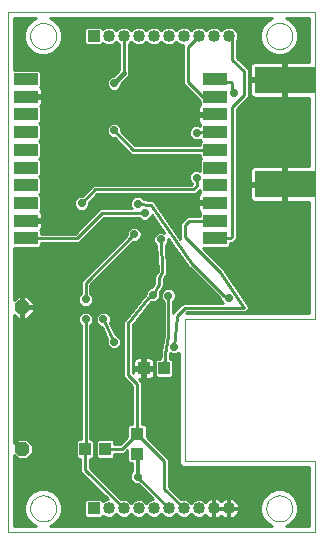
<source format=gbl>
G75*
G70*
%OFA0B0*%
%FSLAX24Y24*%
%IPPOS*%
%LPD*%
%AMOC8*
5,1,8,0,0,1.08239X$1,22.5*
%
%ADD10C,0.0000*%
%ADD11R,0.0787X0.0394*%
%ADD12R,0.0433X0.0394*%
%ADD13R,0.0394X0.0433*%
%ADD14R,0.0400X0.0400*%
%ADD15C,0.0400*%
%ADD16R,0.2000X0.0900*%
%ADD17OC8,0.0472*%
%ADD18C,0.0100*%
%ADD19C,0.0278*%
%ADD20C,0.0160*%
D10*
X003487Y002923D02*
X003487Y020246D01*
X013723Y020246D01*
X013723Y010009D01*
X009393Y010009D01*
X009393Y005285D01*
X013723Y005285D01*
X013723Y002923D01*
X003487Y002923D01*
X004235Y003710D02*
X004237Y003751D01*
X004243Y003792D01*
X004253Y003832D01*
X004266Y003871D01*
X004283Y003908D01*
X004304Y003944D01*
X004328Y003978D01*
X004355Y004009D01*
X004384Y004037D01*
X004417Y004063D01*
X004451Y004085D01*
X004488Y004104D01*
X004526Y004119D01*
X004566Y004131D01*
X004606Y004139D01*
X004647Y004143D01*
X004689Y004143D01*
X004730Y004139D01*
X004770Y004131D01*
X004810Y004119D01*
X004848Y004104D01*
X004884Y004085D01*
X004919Y004063D01*
X004952Y004037D01*
X004981Y004009D01*
X005008Y003978D01*
X005032Y003944D01*
X005053Y003908D01*
X005070Y003871D01*
X005083Y003832D01*
X005093Y003792D01*
X005099Y003751D01*
X005101Y003710D01*
X005099Y003669D01*
X005093Y003628D01*
X005083Y003588D01*
X005070Y003549D01*
X005053Y003512D01*
X005032Y003476D01*
X005008Y003442D01*
X004981Y003411D01*
X004952Y003383D01*
X004919Y003357D01*
X004885Y003335D01*
X004848Y003316D01*
X004810Y003301D01*
X004770Y003289D01*
X004730Y003281D01*
X004689Y003277D01*
X004647Y003277D01*
X004606Y003281D01*
X004566Y003289D01*
X004526Y003301D01*
X004488Y003316D01*
X004452Y003335D01*
X004417Y003357D01*
X004384Y003383D01*
X004355Y003411D01*
X004328Y003442D01*
X004304Y003476D01*
X004283Y003512D01*
X004266Y003549D01*
X004253Y003588D01*
X004243Y003628D01*
X004237Y003669D01*
X004235Y003710D01*
X012109Y003710D02*
X012111Y003751D01*
X012117Y003792D01*
X012127Y003832D01*
X012140Y003871D01*
X012157Y003908D01*
X012178Y003944D01*
X012202Y003978D01*
X012229Y004009D01*
X012258Y004037D01*
X012291Y004063D01*
X012325Y004085D01*
X012362Y004104D01*
X012400Y004119D01*
X012440Y004131D01*
X012480Y004139D01*
X012521Y004143D01*
X012563Y004143D01*
X012604Y004139D01*
X012644Y004131D01*
X012684Y004119D01*
X012722Y004104D01*
X012758Y004085D01*
X012793Y004063D01*
X012826Y004037D01*
X012855Y004009D01*
X012882Y003978D01*
X012906Y003944D01*
X012927Y003908D01*
X012944Y003871D01*
X012957Y003832D01*
X012967Y003792D01*
X012973Y003751D01*
X012975Y003710D01*
X012973Y003669D01*
X012967Y003628D01*
X012957Y003588D01*
X012944Y003549D01*
X012927Y003512D01*
X012906Y003476D01*
X012882Y003442D01*
X012855Y003411D01*
X012826Y003383D01*
X012793Y003357D01*
X012759Y003335D01*
X012722Y003316D01*
X012684Y003301D01*
X012644Y003289D01*
X012604Y003281D01*
X012563Y003277D01*
X012521Y003277D01*
X012480Y003281D01*
X012440Y003289D01*
X012400Y003301D01*
X012362Y003316D01*
X012326Y003335D01*
X012291Y003357D01*
X012258Y003383D01*
X012229Y003411D01*
X012202Y003442D01*
X012178Y003476D01*
X012157Y003512D01*
X012140Y003549D01*
X012127Y003588D01*
X012117Y003628D01*
X012111Y003669D01*
X012109Y003710D01*
X013727Y014057D02*
X013727Y018457D01*
X012109Y019458D02*
X012111Y019499D01*
X012117Y019540D01*
X012127Y019580D01*
X012140Y019619D01*
X012157Y019656D01*
X012178Y019692D01*
X012202Y019726D01*
X012229Y019757D01*
X012258Y019785D01*
X012291Y019811D01*
X012325Y019833D01*
X012362Y019852D01*
X012400Y019867D01*
X012440Y019879D01*
X012480Y019887D01*
X012521Y019891D01*
X012563Y019891D01*
X012604Y019887D01*
X012644Y019879D01*
X012684Y019867D01*
X012722Y019852D01*
X012758Y019833D01*
X012793Y019811D01*
X012826Y019785D01*
X012855Y019757D01*
X012882Y019726D01*
X012906Y019692D01*
X012927Y019656D01*
X012944Y019619D01*
X012957Y019580D01*
X012967Y019540D01*
X012973Y019499D01*
X012975Y019458D01*
X012973Y019417D01*
X012967Y019376D01*
X012957Y019336D01*
X012944Y019297D01*
X012927Y019260D01*
X012906Y019224D01*
X012882Y019190D01*
X012855Y019159D01*
X012826Y019131D01*
X012793Y019105D01*
X012759Y019083D01*
X012722Y019064D01*
X012684Y019049D01*
X012644Y019037D01*
X012604Y019029D01*
X012563Y019025D01*
X012521Y019025D01*
X012480Y019029D01*
X012440Y019037D01*
X012400Y019049D01*
X012362Y019064D01*
X012326Y019083D01*
X012291Y019105D01*
X012258Y019131D01*
X012229Y019159D01*
X012202Y019190D01*
X012178Y019224D01*
X012157Y019260D01*
X012140Y019297D01*
X012127Y019336D01*
X012117Y019376D01*
X012111Y019417D01*
X012109Y019458D01*
X004235Y019458D02*
X004237Y019499D01*
X004243Y019540D01*
X004253Y019580D01*
X004266Y019619D01*
X004283Y019656D01*
X004304Y019692D01*
X004328Y019726D01*
X004355Y019757D01*
X004384Y019785D01*
X004417Y019811D01*
X004451Y019833D01*
X004488Y019852D01*
X004526Y019867D01*
X004566Y019879D01*
X004606Y019887D01*
X004647Y019891D01*
X004689Y019891D01*
X004730Y019887D01*
X004770Y019879D01*
X004810Y019867D01*
X004848Y019852D01*
X004884Y019833D01*
X004919Y019811D01*
X004952Y019785D01*
X004981Y019757D01*
X005008Y019726D01*
X005032Y019692D01*
X005053Y019656D01*
X005070Y019619D01*
X005083Y019580D01*
X005093Y019540D01*
X005099Y019499D01*
X005101Y019458D01*
X005099Y019417D01*
X005093Y019376D01*
X005083Y019336D01*
X005070Y019297D01*
X005053Y019260D01*
X005032Y019224D01*
X005008Y019190D01*
X004981Y019159D01*
X004952Y019131D01*
X004919Y019105D01*
X004885Y019083D01*
X004848Y019064D01*
X004810Y019049D01*
X004770Y019037D01*
X004730Y019029D01*
X004689Y019025D01*
X004647Y019025D01*
X004606Y019029D01*
X004566Y019037D01*
X004526Y019049D01*
X004488Y019064D01*
X004452Y019083D01*
X004417Y019105D01*
X004384Y019131D01*
X004355Y019159D01*
X004328Y019190D01*
X004304Y019224D01*
X004283Y019260D01*
X004266Y019297D01*
X004253Y019336D01*
X004243Y019376D01*
X004237Y019417D01*
X004235Y019458D01*
D11*
X004086Y018025D03*
X004086Y017435D03*
X004086Y016844D03*
X004086Y016254D03*
X004086Y015663D03*
X004086Y015072D03*
X004086Y014482D03*
X004086Y013891D03*
X004086Y013301D03*
X004086Y012710D03*
X010385Y012710D03*
X010385Y013301D03*
X010385Y013891D03*
X010385Y014482D03*
X010385Y015072D03*
X010385Y015663D03*
X010385Y016254D03*
X010385Y016844D03*
X010385Y017435D03*
X010385Y018025D03*
D12*
X007802Y006206D03*
X007802Y005537D03*
D13*
X006739Y005694D03*
X006070Y005694D03*
X008023Y008380D03*
X008692Y008380D03*
D14*
X006355Y003710D03*
X006355Y019458D03*
D15*
X006855Y019458D03*
X007355Y019458D03*
X007855Y019458D03*
X008355Y019458D03*
X008855Y019458D03*
X009355Y019458D03*
X009855Y019458D03*
X010355Y019458D03*
X010855Y019458D03*
X010855Y003710D03*
X010355Y003710D03*
X009855Y003710D03*
X009355Y003710D03*
X008855Y003710D03*
X008355Y003710D03*
X007855Y003710D03*
X007355Y003710D03*
X006855Y003710D03*
D16*
X012717Y014517D03*
X012717Y017997D03*
D17*
X003975Y010411D03*
X003975Y005687D03*
D18*
X003687Y005485D02*
X003832Y005340D01*
X004119Y005340D01*
X004322Y005543D01*
X004322Y005830D01*
X004119Y006033D01*
X003832Y006033D01*
X003687Y005888D01*
X003687Y010153D01*
X003815Y010025D01*
X003947Y010025D01*
X003947Y010382D01*
X004004Y010382D01*
X004004Y010025D01*
X004135Y010025D01*
X004362Y010251D01*
X004362Y010382D01*
X004004Y010382D01*
X004004Y010440D01*
X003947Y010440D01*
X003947Y010797D01*
X003815Y010797D01*
X003687Y010669D01*
X003687Y012403D01*
X004525Y012403D01*
X004589Y012468D01*
X004589Y012550D01*
X005728Y012550D01*
X005861Y012550D01*
X006703Y013393D01*
X007862Y013393D01*
X007913Y013342D01*
X008005Y013304D01*
X008104Y013304D01*
X008195Y013342D01*
X008265Y013412D01*
X008296Y013486D01*
X008708Y012897D01*
X008643Y012924D01*
X008544Y012924D01*
X008453Y012886D01*
X008383Y012816D01*
X008345Y012724D01*
X008345Y012625D01*
X008383Y012534D01*
X008443Y012474D01*
X008483Y011625D01*
X008400Y011487D01*
X008367Y011454D01*
X008367Y011432D01*
X008355Y011413D01*
X008367Y011368D01*
X008367Y011232D01*
X008285Y011085D01*
X008280Y011085D01*
X008189Y011047D01*
X008119Y010977D01*
X008081Y010886D01*
X008081Y010859D01*
X008060Y010834D01*
X008023Y010806D01*
X006302Y010806D01*
X006297Y010820D02*
X006246Y010871D01*
X006246Y011164D01*
X007677Y012595D01*
X007749Y012595D01*
X007841Y012633D01*
X007911Y012703D01*
X007949Y012795D01*
X007949Y012894D01*
X007911Y012985D01*
X007841Y013055D01*
X007749Y013093D01*
X007650Y013093D01*
X007559Y013055D01*
X007489Y012985D01*
X007451Y012894D01*
X007451Y012821D01*
X005926Y011296D01*
X005926Y011164D01*
X005926Y010871D01*
X005875Y010820D01*
X005837Y010728D01*
X005837Y010629D01*
X005875Y010538D01*
X005945Y010468D01*
X006036Y010430D01*
X006135Y010430D01*
X006227Y010468D01*
X006297Y010538D01*
X006335Y010629D01*
X006335Y010728D01*
X006297Y010820D01*
X006246Y010905D02*
X008089Y010905D01*
X008145Y011003D02*
X006246Y011003D01*
X006246Y011102D02*
X008294Y011102D01*
X008349Y011200D02*
X006282Y011200D01*
X006381Y011299D02*
X008367Y011299D01*
X008359Y011398D02*
X006480Y011398D01*
X006578Y011496D02*
X008405Y011496D01*
X008464Y011595D02*
X006677Y011595D01*
X006775Y011693D02*
X008479Y011693D01*
X008475Y011792D02*
X006874Y011792D01*
X006972Y011890D02*
X008470Y011890D01*
X008466Y011989D02*
X007071Y011989D01*
X007169Y012087D02*
X008461Y012087D01*
X008456Y012186D02*
X007268Y012186D01*
X007366Y012284D02*
X008452Y012284D01*
X008447Y012383D02*
X007465Y012383D01*
X007564Y012482D02*
X008435Y012482D01*
X008363Y012580D02*
X007662Y012580D01*
X007886Y012679D02*
X008345Y012679D01*
X008367Y012777D02*
X007941Y012777D01*
X007949Y012876D02*
X008442Y012876D01*
X008585Y013073D02*
X007798Y013073D01*
X007915Y012974D02*
X008654Y012974D01*
X008516Y013171D02*
X006482Y013171D01*
X006383Y013073D02*
X007602Y013073D01*
X007484Y012974D02*
X006285Y012974D01*
X006186Y012876D02*
X007451Y012876D01*
X007407Y012777D02*
X006088Y012777D01*
X005989Y012679D02*
X007308Y012679D01*
X007210Y012580D02*
X005890Y012580D01*
X005794Y012710D02*
X006637Y013553D01*
X008054Y013553D01*
X007886Y013368D02*
X006679Y013368D01*
X006580Y013270D02*
X008447Y013270D01*
X008378Y013368D02*
X008222Y013368D01*
X008288Y013467D02*
X008309Y013467D01*
X008561Y013664D02*
X009844Y013664D01*
X009841Y013675D02*
X009851Y013637D01*
X009871Y013602D01*
X009899Y013574D01*
X009908Y013570D01*
X009881Y013543D01*
X009881Y013461D01*
X009601Y013461D01*
X009468Y013461D01*
X009326Y013319D01*
X009233Y013225D01*
X009233Y012832D01*
X009233Y012705D01*
X008416Y013872D01*
X008416Y013880D01*
X008378Y013926D01*
X008344Y013974D01*
X008336Y013976D01*
X008331Y013982D01*
X008272Y013987D01*
X008214Y013997D01*
X008207Y013993D01*
X008028Y014009D01*
X007959Y014079D01*
X007867Y014117D01*
X007768Y014117D01*
X007677Y014079D01*
X007607Y014009D01*
X007569Y013917D01*
X007569Y013818D01*
X007607Y013727D01*
X007621Y013713D01*
X006571Y013713D01*
X006477Y013619D01*
X005728Y012870D01*
X004589Y012870D01*
X004589Y012953D01*
X004563Y012979D01*
X004571Y012984D01*
X004599Y013012D01*
X004619Y013046D01*
X004629Y013084D01*
X004629Y013252D01*
X004134Y013252D01*
X004134Y013349D01*
X004629Y013349D01*
X004629Y013517D01*
X004619Y013556D01*
X004599Y013590D01*
X004571Y013618D01*
X004563Y013623D01*
X004589Y013649D01*
X004589Y014134D01*
X004536Y014187D01*
X004589Y014239D01*
X004589Y014724D01*
X004536Y014777D01*
X004589Y014830D01*
X004589Y015315D01*
X004536Y015368D01*
X004589Y015421D01*
X004589Y015905D01*
X004536Y015958D01*
X004589Y016011D01*
X004589Y016496D01*
X004536Y016549D01*
X004589Y016602D01*
X004589Y017086D01*
X004563Y017113D01*
X004571Y017118D01*
X004599Y017146D01*
X004619Y017180D01*
X004629Y017218D01*
X004629Y017386D01*
X004134Y017386D01*
X004134Y017483D01*
X004629Y017483D01*
X004629Y017651D01*
X004619Y017689D01*
X004599Y017724D01*
X004571Y017751D01*
X004563Y017756D01*
X004589Y017783D01*
X004589Y018268D01*
X004525Y018332D01*
X003687Y018332D01*
X003687Y020046D01*
X004432Y020046D01*
X004310Y019995D01*
X004132Y019817D01*
X004035Y019584D01*
X004035Y019332D01*
X004132Y019100D01*
X004310Y018922D01*
X004542Y018825D01*
X004794Y018825D01*
X005027Y018922D01*
X005205Y019100D01*
X005301Y019332D01*
X005301Y019584D01*
X005205Y019817D01*
X005027Y019995D01*
X004904Y020046D01*
X012306Y020046D01*
X012184Y019995D01*
X012006Y019817D01*
X011909Y019584D01*
X011909Y019332D01*
X012006Y019100D01*
X012184Y018922D01*
X012416Y018825D01*
X012668Y018825D01*
X012901Y018922D01*
X013079Y019100D01*
X013175Y019332D01*
X013175Y019584D01*
X013079Y019817D01*
X012901Y019995D01*
X012778Y020046D01*
X013523Y020046D01*
X013523Y018597D01*
X012767Y018597D01*
X012767Y018048D01*
X012667Y018048D01*
X012667Y018597D01*
X011698Y018597D01*
X011659Y018587D01*
X011625Y018567D01*
X011597Y018540D01*
X011578Y018505D01*
X011567Y018467D01*
X011567Y018047D01*
X012667Y018047D01*
X012667Y017948D01*
X011567Y017948D01*
X011567Y017528D01*
X011578Y017490D01*
X011597Y017455D01*
X011625Y017427D01*
X011659Y017408D01*
X011698Y017397D01*
X012667Y017397D01*
X012667Y017947D01*
X012767Y017947D01*
X012767Y017397D01*
X013523Y017397D01*
X013523Y015117D01*
X012767Y015117D01*
X012767Y014568D01*
X012667Y014568D01*
X012667Y015117D01*
X011698Y015117D01*
X011659Y015107D01*
X011625Y015087D01*
X011597Y015060D01*
X011578Y015025D01*
X011567Y014987D01*
X011567Y014567D01*
X012667Y014567D01*
X012667Y014468D01*
X011567Y014468D01*
X011567Y014048D01*
X011578Y014010D01*
X011597Y013975D01*
X011625Y013947D01*
X011659Y013928D01*
X011698Y013917D01*
X012667Y013917D01*
X012667Y014467D01*
X012767Y014467D01*
X012767Y013917D01*
X013523Y013917D01*
X013523Y010209D01*
X009425Y010209D01*
X009459Y010243D01*
X011345Y010243D01*
X011395Y010233D01*
X011410Y010243D01*
X011428Y010243D01*
X011463Y010279D01*
X011505Y010307D01*
X011509Y010324D01*
X011521Y010337D01*
X011521Y010387D01*
X011531Y010437D01*
X011521Y010452D01*
X011521Y010469D01*
X011486Y010505D01*
X010734Y011633D01*
X010734Y011651D01*
X010698Y011686D01*
X010670Y011728D01*
X010653Y011732D01*
X009981Y012403D01*
X010824Y012403D01*
X010889Y012468D01*
X010889Y012550D01*
X010979Y012550D01*
X011034Y012605D01*
X011128Y012699D01*
X011128Y017030D01*
X011428Y017330D01*
X011521Y017423D01*
X011521Y018211D01*
X011521Y018343D01*
X011128Y018737D01*
X011128Y019280D01*
X011128Y019305D01*
X011165Y019397D01*
X011165Y019520D01*
X011118Y019634D01*
X011031Y019721D01*
X010917Y019768D01*
X010794Y019768D01*
X010680Y019721D01*
X010605Y019647D01*
X010531Y019721D01*
X010417Y019768D01*
X010294Y019768D01*
X010180Y019721D01*
X010105Y019647D01*
X010031Y019721D01*
X009917Y019768D01*
X009794Y019768D01*
X009680Y019721D01*
X009605Y019647D01*
X009531Y019721D01*
X009417Y019768D01*
X009294Y019768D01*
X009180Y019721D01*
X009105Y019647D01*
X009031Y019721D01*
X008917Y019768D01*
X008794Y019768D01*
X008680Y019721D01*
X008605Y019647D01*
X008531Y019721D01*
X008417Y019768D01*
X008294Y019768D01*
X008180Y019721D01*
X008105Y019647D01*
X008031Y019721D01*
X007917Y019768D01*
X007794Y019768D01*
X007680Y019721D01*
X007605Y019647D01*
X007531Y019721D01*
X007417Y019768D01*
X007294Y019768D01*
X007180Y019721D01*
X007105Y019647D01*
X007031Y019721D01*
X006917Y019768D01*
X006794Y019768D01*
X006680Y019721D01*
X006664Y019705D01*
X006601Y019768D01*
X006110Y019768D01*
X006045Y019704D01*
X006045Y019213D01*
X006110Y019148D01*
X006601Y019148D01*
X006664Y019211D01*
X006680Y019195D01*
X006794Y019148D01*
X006917Y019148D01*
X007031Y019195D01*
X007105Y019270D01*
X007180Y019195D01*
X007195Y019189D01*
X007195Y018317D01*
X007011Y018132D01*
X006981Y018132D01*
X006890Y018094D01*
X006820Y018024D01*
X006782Y017933D01*
X006782Y017834D01*
X006820Y017742D01*
X006890Y017672D01*
X006981Y017635D01*
X007080Y017635D01*
X007172Y017672D01*
X007242Y017742D01*
X007279Y017834D01*
X007279Y017864D01*
X007545Y018130D01*
X007545Y018287D01*
X007515Y018317D01*
X007515Y019189D01*
X007531Y019195D01*
X007605Y019270D01*
X007680Y019195D01*
X007794Y019148D01*
X007917Y019148D01*
X008031Y019195D01*
X008105Y019270D01*
X008180Y019195D01*
X008294Y019148D01*
X008417Y019148D01*
X008531Y019195D01*
X008605Y019270D01*
X008680Y019195D01*
X008794Y019148D01*
X008917Y019148D01*
X009031Y019195D01*
X009105Y019270D01*
X009180Y019195D01*
X009294Y019148D01*
X009327Y019148D01*
X009327Y019024D01*
X009327Y017857D01*
X009421Y017763D01*
X009881Y017303D01*
X009881Y017192D01*
X009908Y017166D01*
X009899Y017161D01*
X009871Y017133D01*
X009851Y017099D01*
X009841Y017061D01*
X009841Y016893D01*
X010336Y016893D01*
X010336Y016796D01*
X009841Y016796D01*
X009841Y016627D01*
X009851Y016589D01*
X009871Y016555D01*
X009899Y016527D01*
X009908Y016522D01*
X009881Y016496D01*
X009881Y016460D01*
X009836Y016479D01*
X009737Y016479D01*
X009645Y016441D01*
X009575Y016371D01*
X009538Y016279D01*
X009538Y016180D01*
X009575Y016089D01*
X009645Y016019D01*
X009737Y015981D01*
X009836Y015981D01*
X009889Y016003D01*
X009934Y015958D01*
X009881Y015905D01*
X009881Y015823D01*
X007742Y015823D01*
X007279Y016286D01*
X007279Y016358D01*
X007242Y016450D01*
X007172Y016520D01*
X007080Y016558D01*
X006981Y016558D01*
X006890Y016520D01*
X006820Y016450D01*
X006782Y016358D01*
X006782Y016259D01*
X006820Y016168D01*
X006890Y016098D01*
X006981Y016060D01*
X007053Y016060D01*
X007610Y015503D01*
X007742Y015503D01*
X009881Y015503D01*
X009881Y015421D01*
X009934Y015368D01*
X009881Y015315D01*
X009881Y014964D01*
X009836Y014983D01*
X009737Y014983D01*
X009645Y014945D01*
X009575Y014875D01*
X009538Y014783D01*
X009538Y014684D01*
X009575Y014593D01*
X009626Y014542D01*
X009626Y014525D01*
X009602Y014500D01*
X006338Y014500D01*
X006245Y014406D01*
X005970Y014132D01*
X005898Y014132D01*
X005807Y014094D01*
X005737Y014024D01*
X005699Y013933D01*
X005699Y013834D01*
X005737Y013742D01*
X005807Y013672D01*
X005898Y013635D01*
X005997Y013635D01*
X006089Y013672D01*
X006159Y013742D01*
X006197Y013834D01*
X006197Y013906D01*
X006471Y014180D01*
X009602Y014180D01*
X009735Y014180D01*
X009853Y014298D01*
X009881Y014327D01*
X009881Y014239D01*
X009908Y014213D01*
X009899Y014208D01*
X009871Y014180D01*
X009851Y014146D01*
X009841Y014108D01*
X009841Y013940D01*
X010336Y013940D01*
X010336Y013843D01*
X009841Y013843D01*
X009841Y013675D01*
X009841Y013763D02*
X008492Y013763D01*
X008423Y013861D02*
X010336Y013861D01*
X009904Y013566D02*
X008630Y013566D01*
X008699Y013467D02*
X009881Y013467D01*
X009534Y013301D02*
X009393Y013159D01*
X009393Y012765D01*
X010574Y011584D01*
X011361Y010403D01*
X009393Y010403D01*
X009117Y010128D01*
X009038Y009104D01*
X008912Y008887D02*
X008989Y008855D01*
X009088Y008855D01*
X009179Y008893D01*
X009193Y008906D01*
X009193Y005368D01*
X009193Y005202D01*
X009310Y005085D01*
X013523Y005085D01*
X013523Y003123D01*
X012778Y003123D01*
X012901Y003174D01*
X013079Y003352D01*
X013175Y003584D01*
X013175Y003836D01*
X013079Y004069D01*
X012901Y004247D01*
X012668Y004343D01*
X012416Y004343D01*
X012184Y004247D01*
X012006Y004069D01*
X011909Y003836D01*
X011909Y003584D01*
X012006Y003352D01*
X012184Y003174D01*
X012306Y003123D01*
X004904Y003123D01*
X005027Y003174D01*
X005205Y003352D01*
X005301Y003584D01*
X005301Y003836D01*
X005205Y004069D01*
X005027Y004247D01*
X004794Y004343D01*
X004542Y004343D01*
X004310Y004247D01*
X004132Y004069D01*
X004035Y003836D01*
X004035Y003584D01*
X004132Y003352D01*
X004310Y003174D01*
X004432Y003123D01*
X003687Y003123D01*
X003687Y005485D01*
X003687Y005485D01*
X003687Y005386D02*
X003786Y005386D01*
X003687Y005288D02*
X005910Y005288D01*
X005910Y005368D02*
X005910Y005062D01*
X005910Y004929D01*
X006819Y004020D01*
X006794Y004020D01*
X006680Y003973D01*
X006664Y003957D01*
X006601Y004020D01*
X006110Y004020D01*
X006045Y003956D01*
X006045Y003465D01*
X006110Y003400D01*
X006601Y003400D01*
X006664Y003463D01*
X006680Y003447D01*
X006794Y003400D01*
X006917Y003400D01*
X007031Y003447D01*
X007105Y003522D01*
X007180Y003447D01*
X007294Y003400D01*
X007417Y003400D01*
X007531Y003447D01*
X007605Y003522D01*
X007680Y003447D01*
X007794Y003400D01*
X007917Y003400D01*
X008031Y003447D01*
X008105Y003522D01*
X008180Y003447D01*
X008294Y003400D01*
X008417Y003400D01*
X008531Y003447D01*
X008605Y003522D01*
X008680Y003447D01*
X008794Y003400D01*
X008917Y003400D01*
X009031Y003447D01*
X009105Y003522D01*
X009180Y003447D01*
X009294Y003400D01*
X009417Y003400D01*
X009531Y003447D01*
X009605Y003522D01*
X009680Y003447D01*
X009794Y003400D01*
X009917Y003400D01*
X010031Y003447D01*
X010078Y003495D01*
X010083Y003487D01*
X010132Y003438D01*
X010190Y003400D01*
X010253Y003374D01*
X010321Y003360D01*
X010341Y003360D01*
X010341Y003696D01*
X010369Y003696D01*
X010369Y003360D01*
X010390Y003360D01*
X010457Y003374D01*
X010521Y003400D01*
X010578Y003438D01*
X010605Y003465D01*
X010632Y003438D01*
X010690Y003400D01*
X010753Y003374D01*
X010821Y003360D01*
X010841Y003360D01*
X010841Y003696D01*
X010505Y003696D01*
X010370Y003696D01*
X010370Y003724D01*
X010505Y003724D01*
X010841Y003724D01*
X010841Y003696D01*
X010869Y003696D01*
X010869Y003360D01*
X010890Y003360D01*
X010957Y003374D01*
X011021Y003400D01*
X011078Y003438D01*
X011127Y003487D01*
X011165Y003544D01*
X011192Y003608D01*
X011205Y003676D01*
X011205Y003696D01*
X010870Y003696D01*
X010870Y003724D01*
X011205Y003724D01*
X011205Y003745D01*
X011192Y003812D01*
X011165Y003876D01*
X011127Y003933D01*
X011078Y003982D01*
X011021Y004020D01*
X010957Y004047D01*
X010890Y004060D01*
X010869Y004060D01*
X010869Y003724D01*
X010841Y003724D01*
X010841Y004060D01*
X010821Y004060D01*
X010753Y004047D01*
X010690Y004020D01*
X010632Y003982D01*
X010605Y003955D01*
X010578Y003982D01*
X010521Y004020D01*
X010457Y004047D01*
X010390Y004060D01*
X010369Y004060D01*
X010369Y003724D01*
X010341Y003724D01*
X010341Y004060D01*
X010321Y004060D01*
X010253Y004047D01*
X010190Y004020D01*
X010132Y003982D01*
X010083Y003933D01*
X010078Y003926D01*
X010031Y003973D01*
X009917Y004020D01*
X009794Y004020D01*
X009680Y003973D01*
X009605Y003899D01*
X009531Y003973D01*
X009417Y004020D01*
X009294Y004020D01*
X009278Y004014D01*
X008864Y004428D01*
X008864Y005238D01*
X008864Y005371D01*
X008129Y006106D01*
X008129Y006449D01*
X008064Y006513D01*
X007962Y006513D01*
X007962Y007926D01*
X007875Y008013D01*
X007974Y008013D01*
X007974Y008331D01*
X007676Y008331D01*
X007676Y008212D01*
X007663Y008225D01*
X007663Y009835D01*
X008274Y010590D01*
X008280Y010587D01*
X008379Y010587D01*
X008471Y010625D01*
X008541Y010695D01*
X008579Y010787D01*
X008579Y010886D01*
X008562Y010925D01*
X008656Y011093D01*
X008687Y011124D01*
X008687Y011149D01*
X008699Y011171D01*
X008687Y011213D01*
X008687Y011343D01*
X008774Y011488D01*
X008808Y011526D01*
X008807Y011543D01*
X008816Y011559D01*
X008804Y011608D01*
X008762Y012492D01*
X008805Y012534D01*
X008842Y012625D01*
X008842Y012705D01*
X009469Y011809D01*
X009469Y011794D01*
X009506Y011757D01*
X009536Y011714D01*
X009551Y011711D01*
X010552Y010710D01*
X010561Y010683D01*
X010597Y010665D01*
X010605Y010657D01*
X010638Y010577D01*
X010652Y010563D01*
X009459Y010563D01*
X009326Y010563D01*
X009008Y010245D01*
X009002Y010239D01*
X009002Y010391D01*
X009002Y010605D01*
X009053Y010656D01*
X009090Y010747D01*
X009090Y010846D01*
X009053Y010938D01*
X008983Y011008D01*
X008891Y011046D01*
X008792Y011046D01*
X008701Y011008D01*
X008631Y010938D01*
X008593Y010846D01*
X008593Y010747D01*
X008631Y010656D01*
X008682Y010605D01*
X008682Y010391D01*
X008682Y009471D01*
X008599Y008954D01*
X008596Y008951D01*
X008589Y008889D01*
X008579Y008828D01*
X008581Y008824D01*
X008568Y008706D01*
X008450Y008706D01*
X008385Y008642D01*
X008385Y008117D01*
X008450Y008053D01*
X008934Y008053D01*
X008999Y008117D01*
X008999Y008642D01*
X008934Y008706D01*
X008890Y008706D01*
X008906Y008846D01*
X008912Y008887D01*
X008904Y008835D02*
X009193Y008835D01*
X009193Y008737D02*
X008893Y008737D01*
X008999Y008638D02*
X009193Y008638D01*
X009193Y008540D02*
X008999Y008540D01*
X008999Y008441D02*
X009193Y008441D01*
X009193Y008343D02*
X008999Y008343D01*
X008999Y008244D02*
X009193Y008244D01*
X009193Y008146D02*
X008999Y008146D01*
X009193Y008047D02*
X008316Y008047D01*
X008312Y008043D02*
X008340Y008071D01*
X008359Y008105D01*
X008369Y008143D01*
X008369Y008331D01*
X008071Y008331D01*
X008071Y008013D01*
X008239Y008013D01*
X008277Y008023D01*
X008312Y008043D01*
X008369Y008146D02*
X008385Y008146D01*
X008385Y008244D02*
X008369Y008244D01*
X008385Y008343D02*
X008071Y008343D01*
X008071Y008331D02*
X008071Y008428D01*
X007974Y008428D01*
X007974Y008331D01*
X008071Y008331D01*
X008071Y008244D02*
X007974Y008244D01*
X007974Y008146D02*
X008071Y008146D01*
X008071Y008047D02*
X007974Y008047D01*
X007940Y007949D02*
X009193Y007949D01*
X009193Y007850D02*
X007962Y007850D01*
X007962Y007751D02*
X009193Y007751D01*
X009193Y007653D02*
X007962Y007653D01*
X007962Y007554D02*
X009193Y007554D01*
X009193Y007456D02*
X007962Y007456D01*
X007962Y007357D02*
X009193Y007357D01*
X009193Y007259D02*
X007962Y007259D01*
X007962Y007160D02*
X009193Y007160D01*
X009193Y007062D02*
X007962Y007062D01*
X007962Y006963D02*
X009193Y006963D01*
X009193Y006865D02*
X007962Y006865D01*
X007962Y006766D02*
X009193Y006766D01*
X009193Y006667D02*
X007962Y006667D01*
X007962Y006569D02*
X009193Y006569D01*
X009193Y006470D02*
X008107Y006470D01*
X008129Y006372D02*
X009193Y006372D01*
X009193Y006273D02*
X008129Y006273D01*
X008129Y006175D02*
X009193Y006175D01*
X009193Y006076D02*
X008159Y006076D01*
X008257Y005978D02*
X009193Y005978D01*
X009193Y005879D02*
X008356Y005879D01*
X008454Y005781D02*
X009193Y005781D01*
X009193Y005682D02*
X008553Y005682D01*
X008651Y005584D02*
X009193Y005584D01*
X009193Y005485D02*
X008750Y005485D01*
X008848Y005386D02*
X009193Y005386D01*
X009193Y005288D02*
X008864Y005288D01*
X008864Y005189D02*
X009206Y005189D01*
X009304Y005091D02*
X008864Y005091D01*
X008864Y004992D02*
X013523Y004992D01*
X013523Y004894D02*
X008864Y004894D01*
X008864Y004795D02*
X013523Y004795D01*
X013523Y004697D02*
X008864Y004697D01*
X008864Y004598D02*
X013523Y004598D01*
X013523Y004500D02*
X008864Y004500D01*
X008891Y004401D02*
X013523Y004401D01*
X013523Y004302D02*
X012767Y004302D01*
X012944Y004204D02*
X013523Y004204D01*
X013523Y004105D02*
X013042Y004105D01*
X013105Y004007D02*
X013523Y004007D01*
X013523Y003908D02*
X013146Y003908D01*
X013175Y003810D02*
X013523Y003810D01*
X013523Y003711D02*
X013175Y003711D01*
X013175Y003613D02*
X013523Y003613D01*
X013523Y003514D02*
X013146Y003514D01*
X013105Y003416D02*
X013523Y003416D01*
X013523Y003317D02*
X013044Y003317D01*
X012946Y003218D02*
X013523Y003218D01*
X012318Y004302D02*
X008989Y004302D01*
X009088Y004204D02*
X012141Y004204D01*
X012042Y004105D02*
X009186Y004105D01*
X009449Y004007D02*
X009761Y004007D01*
X009615Y003908D02*
X009596Y003908D01*
X009355Y003710D02*
X008704Y004362D01*
X008704Y005305D01*
X007802Y006206D01*
X007802Y007860D01*
X007503Y008159D01*
X007503Y009891D01*
X008172Y010718D01*
X008330Y010836D01*
X008527Y011191D01*
X008527Y011387D01*
X008645Y011584D01*
X008594Y012675D01*
X008763Y012482D02*
X008999Y012482D01*
X008930Y012580D02*
X008824Y012580D01*
X008842Y012679D02*
X008861Y012679D01*
X009113Y012876D02*
X009233Y012876D01*
X009233Y012974D02*
X009044Y012974D01*
X008975Y013073D02*
X009233Y013073D01*
X009233Y013171D02*
X008906Y013171D01*
X008837Y013270D02*
X009277Y013270D01*
X009376Y013368D02*
X008768Y013368D01*
X008251Y013828D02*
X007818Y013868D01*
X007587Y013960D02*
X006250Y013960D01*
X006197Y013861D02*
X007569Y013861D01*
X007592Y013763D02*
X006167Y013763D01*
X006069Y013664D02*
X006522Y013664D01*
X006423Y013566D02*
X004613Y013566D01*
X004629Y013467D02*
X006325Y013467D01*
X006226Y013368D02*
X004629Y013368D01*
X004629Y013171D02*
X006029Y013171D01*
X005931Y013073D02*
X004626Y013073D01*
X004568Y012974D02*
X005832Y012974D01*
X005734Y012876D02*
X004589Y012876D01*
X004589Y012482D02*
X007111Y012482D01*
X007012Y012383D02*
X003687Y012383D01*
X003687Y012284D02*
X006914Y012284D01*
X006815Y012186D02*
X003687Y012186D01*
X003687Y012087D02*
X006717Y012087D01*
X006618Y011989D02*
X003687Y011989D01*
X003687Y011890D02*
X006520Y011890D01*
X006421Y011792D02*
X003687Y011792D01*
X003687Y011693D02*
X006323Y011693D01*
X006224Y011595D02*
X003687Y011595D01*
X003687Y011496D02*
X006126Y011496D01*
X006027Y011398D02*
X003687Y011398D01*
X003687Y011299D02*
X005929Y011299D01*
X005926Y011200D02*
X003687Y011200D01*
X003687Y011102D02*
X005926Y011102D01*
X005926Y011003D02*
X003687Y011003D01*
X003687Y010905D02*
X005926Y010905D01*
X005869Y010806D02*
X003687Y010806D01*
X003687Y010708D02*
X003726Y010708D01*
X003947Y010708D02*
X004004Y010708D01*
X004004Y010797D02*
X004004Y010440D01*
X004362Y010440D01*
X004362Y010571D01*
X004135Y010797D01*
X004004Y010797D01*
X004004Y010609D02*
X003947Y010609D01*
X003947Y010511D02*
X004004Y010511D01*
X004004Y010412D02*
X007719Y010412D01*
X007799Y010511D02*
X006270Y010511D01*
X006326Y010609D02*
X007878Y010609D01*
X007958Y010708D02*
X006335Y010708D01*
X006086Y010679D02*
X006086Y011230D01*
X007700Y012844D01*
X008251Y013828D02*
X009629Y011860D01*
X010692Y010797D01*
X010849Y010718D01*
X010625Y010609D02*
X009006Y010609D01*
X009002Y010511D02*
X009274Y010511D01*
X009176Y010412D02*
X009002Y010412D01*
X009002Y010314D02*
X009077Y010314D01*
X008842Y010324D02*
X008842Y009458D01*
X008747Y008868D01*
X008692Y008380D01*
X008571Y008737D02*
X008273Y008737D01*
X008277Y008736D02*
X008239Y008746D01*
X008071Y008746D01*
X008071Y008428D01*
X008369Y008428D01*
X008369Y008616D01*
X008359Y008654D01*
X008340Y008688D01*
X008312Y008716D01*
X008277Y008736D01*
X008363Y008638D02*
X008385Y008638D01*
X008385Y008540D02*
X008369Y008540D01*
X008369Y008441D02*
X008385Y008441D01*
X008071Y008441D02*
X007974Y008441D01*
X007974Y008428D02*
X007974Y008746D01*
X007806Y008746D01*
X007768Y008736D01*
X007734Y008716D01*
X007706Y008688D01*
X007686Y008654D01*
X007676Y008616D01*
X007676Y008428D01*
X007974Y008428D01*
X007974Y008343D02*
X007663Y008343D01*
X007663Y008441D02*
X007676Y008441D01*
X007663Y008540D02*
X007676Y008540D01*
X007663Y008638D02*
X007682Y008638D01*
X007663Y008737D02*
X007772Y008737D01*
X007663Y008835D02*
X008580Y008835D01*
X008594Y008934D02*
X007663Y008934D01*
X007663Y009033D02*
X008611Y009033D01*
X008627Y009131D02*
X007663Y009131D01*
X007663Y009230D02*
X008643Y009230D01*
X008659Y009328D02*
X007663Y009328D01*
X007663Y009427D02*
X008675Y009427D01*
X008682Y009525D02*
X007663Y009525D01*
X007663Y009624D02*
X008682Y009624D01*
X008682Y009722D02*
X007663Y009722D01*
X007663Y009821D02*
X008682Y009821D01*
X008682Y009919D02*
X007731Y009919D01*
X007811Y010018D02*
X008682Y010018D01*
X008682Y010116D02*
X007891Y010116D01*
X007971Y010215D02*
X008682Y010215D01*
X008682Y010314D02*
X008051Y010314D01*
X008130Y010412D02*
X008682Y010412D01*
X008682Y010511D02*
X008210Y010511D01*
X008432Y010609D02*
X008677Y010609D01*
X008609Y010708D02*
X008546Y010708D01*
X008579Y010806D02*
X008593Y010806D01*
X008571Y010905D02*
X008617Y010905D01*
X008606Y011003D02*
X008696Y011003D01*
X008664Y011102D02*
X010161Y011102D01*
X010259Y011003D02*
X008987Y011003D01*
X009066Y010905D02*
X010358Y010905D01*
X010456Y010806D02*
X009090Y010806D01*
X009074Y010708D02*
X010553Y010708D01*
X010062Y011200D02*
X008690Y011200D01*
X008687Y011299D02*
X009964Y011299D01*
X009865Y011398D02*
X008719Y011398D01*
X008781Y011496D02*
X009766Y011496D01*
X009668Y011595D02*
X008807Y011595D01*
X008800Y011693D02*
X009569Y011693D01*
X009471Y011792D02*
X008795Y011792D01*
X008791Y011890D02*
X009412Y011890D01*
X009343Y011989D02*
X008786Y011989D01*
X008781Y012087D02*
X009274Y012087D01*
X009205Y012186D02*
X008777Y012186D01*
X008772Y012284D02*
X009136Y012284D01*
X009067Y012383D02*
X008767Y012383D01*
X009182Y012777D02*
X009233Y012777D01*
X009534Y013301D02*
X010385Y013301D01*
X010385Y012710D02*
X010912Y012710D01*
X010968Y012765D01*
X010968Y017096D01*
X011361Y017490D01*
X011361Y018277D01*
X010968Y018671D01*
X010968Y019346D01*
X010855Y019458D01*
X010634Y019675D02*
X010577Y019675D01*
X011077Y019675D02*
X011947Y019675D01*
X011909Y019577D02*
X011142Y019577D01*
X011165Y019478D02*
X011909Y019478D01*
X011909Y019380D02*
X011158Y019380D01*
X011128Y019281D02*
X011931Y019281D01*
X011971Y019182D02*
X011128Y019182D01*
X011128Y019084D02*
X012021Y019084D01*
X012120Y018985D02*
X011128Y018985D01*
X011128Y018887D02*
X012268Y018887D01*
X012667Y018591D02*
X012767Y018591D01*
X012767Y018493D02*
X012667Y018493D01*
X012667Y018394D02*
X012767Y018394D01*
X012767Y018296D02*
X012667Y018296D01*
X012667Y018197D02*
X012767Y018197D01*
X012767Y018099D02*
X012667Y018099D01*
X012667Y018000D02*
X011521Y018000D01*
X011521Y018099D02*
X011567Y018099D01*
X011567Y018197D02*
X011521Y018197D01*
X011521Y018296D02*
X011567Y018296D01*
X011567Y018394D02*
X011471Y018394D01*
X011372Y018493D02*
X011574Y018493D01*
X011674Y018591D02*
X011273Y018591D01*
X011175Y018690D02*
X013523Y018690D01*
X013523Y018788D02*
X011128Y018788D01*
X010928Y017923D02*
X010487Y017923D01*
X010385Y018025D01*
X010928Y017923D02*
X010968Y017883D01*
X010968Y017616D01*
X011027Y017557D01*
X011309Y017212D02*
X013523Y017212D01*
X013523Y017310D02*
X011408Y017310D01*
X011506Y017409D02*
X011658Y017409D01*
X011573Y017507D02*
X011521Y017507D01*
X011521Y017606D02*
X011567Y017606D01*
X011567Y017704D02*
X011521Y017704D01*
X011521Y017803D02*
X011567Y017803D01*
X011567Y017901D02*
X011521Y017901D01*
X011211Y017113D02*
X013523Y017113D01*
X013523Y017015D02*
X011128Y017015D01*
X011128Y016916D02*
X013523Y016916D01*
X013523Y016817D02*
X011128Y016817D01*
X011128Y016719D02*
X013523Y016719D01*
X013523Y016620D02*
X011128Y016620D01*
X011128Y016522D02*
X013523Y016522D01*
X013523Y016423D02*
X011128Y016423D01*
X011128Y016325D02*
X013523Y016325D01*
X013523Y016226D02*
X011128Y016226D01*
X011128Y016128D02*
X013523Y016128D01*
X013523Y016029D02*
X011128Y016029D01*
X011128Y015931D02*
X013523Y015931D01*
X013523Y015832D02*
X011128Y015832D01*
X011128Y015733D02*
X013523Y015733D01*
X013523Y015635D02*
X011128Y015635D01*
X011128Y015536D02*
X013523Y015536D01*
X013523Y015438D02*
X011128Y015438D01*
X011128Y015339D02*
X013523Y015339D01*
X013523Y015241D02*
X011128Y015241D01*
X011128Y015142D02*
X013523Y015142D01*
X012767Y015044D02*
X012667Y015044D01*
X012667Y014945D02*
X012767Y014945D01*
X012767Y014847D02*
X012667Y014847D01*
X012667Y014748D02*
X012767Y014748D01*
X012767Y014649D02*
X012667Y014649D01*
X012667Y014551D02*
X011128Y014551D01*
X011128Y014649D02*
X011567Y014649D01*
X011567Y014748D02*
X011128Y014748D01*
X011128Y014847D02*
X011567Y014847D01*
X011567Y014945D02*
X011128Y014945D01*
X011128Y015044D02*
X011588Y015044D01*
X011567Y014452D02*
X011128Y014452D01*
X011128Y014354D02*
X011567Y014354D01*
X011567Y014255D02*
X011128Y014255D01*
X011128Y014157D02*
X011567Y014157D01*
X011567Y014058D02*
X011128Y014058D01*
X011128Y013960D02*
X011613Y013960D01*
X011128Y013861D02*
X013523Y013861D01*
X013523Y013763D02*
X011128Y013763D01*
X011128Y013664D02*
X013523Y013664D01*
X013523Y013566D02*
X011128Y013566D01*
X011128Y013467D02*
X013523Y013467D01*
X013523Y013368D02*
X011128Y013368D01*
X011128Y013270D02*
X013523Y013270D01*
X013523Y013171D02*
X011128Y013171D01*
X011128Y013073D02*
X013523Y013073D01*
X013523Y012974D02*
X011128Y012974D01*
X011128Y012876D02*
X013523Y012876D01*
X013523Y012777D02*
X011128Y012777D01*
X011107Y012679D02*
X013523Y012679D01*
X013523Y012580D02*
X011009Y012580D01*
X010889Y012482D02*
X013523Y012482D01*
X013523Y012383D02*
X010001Y012383D01*
X010100Y012284D02*
X013523Y012284D01*
X013523Y012186D02*
X010198Y012186D01*
X010297Y012087D02*
X013523Y012087D01*
X013523Y011989D02*
X010395Y011989D01*
X010494Y011890D02*
X013523Y011890D01*
X013523Y011792D02*
X010593Y011792D01*
X010694Y011693D02*
X013523Y011693D01*
X013523Y011595D02*
X010759Y011595D01*
X010825Y011496D02*
X013523Y011496D01*
X013523Y011398D02*
X010891Y011398D01*
X010956Y011299D02*
X013523Y011299D01*
X013523Y011200D02*
X011022Y011200D01*
X011088Y011102D02*
X013523Y011102D01*
X013523Y011003D02*
X011153Y011003D01*
X011219Y010905D02*
X013523Y010905D01*
X013523Y010806D02*
X011285Y010806D01*
X011350Y010708D02*
X013523Y010708D01*
X013523Y010609D02*
X011416Y010609D01*
X011482Y010511D02*
X013523Y010511D01*
X013523Y010412D02*
X011526Y010412D01*
X011506Y010314D02*
X013523Y010314D01*
X013523Y010215D02*
X009431Y010215D01*
X008842Y010324D02*
X008842Y010797D01*
X008023Y010806D02*
X008020Y010784D01*
X007384Y009999D01*
X007343Y009958D01*
X007343Y009948D01*
X007337Y009940D01*
X007343Y009883D01*
X007343Y008225D01*
X007343Y008093D01*
X007642Y007794D01*
X007642Y006513D01*
X007540Y006513D01*
X007476Y006449D01*
X007476Y006106D01*
X007224Y005854D01*
X007046Y005854D01*
X007046Y005957D01*
X006982Y006021D01*
X006497Y006021D01*
X006432Y005957D01*
X006432Y005432D01*
X006497Y005368D01*
X006982Y005368D01*
X007046Y005432D01*
X007046Y005534D01*
X007224Y005534D01*
X007357Y005534D01*
X007476Y005654D01*
X007476Y005295D01*
X007540Y005230D01*
X007642Y005230D01*
X007642Y004949D01*
X007607Y004914D01*
X007569Y004823D01*
X007569Y004724D01*
X007607Y004632D01*
X007677Y004562D01*
X007768Y004524D01*
X007815Y004524D01*
X008319Y004020D01*
X008294Y004020D01*
X008180Y003973D01*
X008105Y003899D01*
X008031Y003973D01*
X007917Y004020D01*
X007794Y004020D01*
X007680Y003973D01*
X007605Y003899D01*
X007531Y003973D01*
X007417Y004020D01*
X007294Y004020D01*
X007278Y004014D01*
X006230Y005062D01*
X006230Y005368D01*
X006312Y005368D01*
X006377Y005432D01*
X006377Y005957D01*
X006312Y006021D01*
X006246Y006021D01*
X006246Y009817D01*
X006297Y009868D01*
X006335Y009960D01*
X006335Y010059D01*
X006297Y010150D01*
X006227Y010220D01*
X006135Y010258D01*
X006036Y010258D01*
X005945Y010220D01*
X005875Y010150D01*
X005837Y010059D01*
X005837Y009960D01*
X005875Y009868D01*
X005926Y009817D01*
X005926Y006021D01*
X005827Y006021D01*
X005763Y005957D01*
X005763Y005432D01*
X005827Y005368D01*
X005910Y005368D01*
X005809Y005386D02*
X004165Y005386D01*
X004263Y005485D02*
X005763Y005485D01*
X005763Y005584D02*
X004322Y005584D01*
X004322Y005682D02*
X005763Y005682D01*
X005763Y005781D02*
X004322Y005781D01*
X004272Y005879D02*
X005763Y005879D01*
X005784Y005978D02*
X004174Y005978D01*
X003777Y005978D02*
X003687Y005978D01*
X003687Y006076D02*
X005926Y006076D01*
X005926Y006175D02*
X003687Y006175D01*
X003687Y006273D02*
X005926Y006273D01*
X005926Y006372D02*
X003687Y006372D01*
X003687Y006470D02*
X005926Y006470D01*
X005926Y006569D02*
X003687Y006569D01*
X003687Y006667D02*
X005926Y006667D01*
X005926Y006766D02*
X003687Y006766D01*
X003687Y006865D02*
X005926Y006865D01*
X005926Y006963D02*
X003687Y006963D01*
X003687Y007062D02*
X005926Y007062D01*
X005926Y007160D02*
X003687Y007160D01*
X003687Y007259D02*
X005926Y007259D01*
X005926Y007357D02*
X003687Y007357D01*
X003687Y007456D02*
X005926Y007456D01*
X005926Y007554D02*
X003687Y007554D01*
X003687Y007653D02*
X005926Y007653D01*
X005926Y007751D02*
X003687Y007751D01*
X003687Y007850D02*
X005926Y007850D01*
X005926Y007949D02*
X003687Y007949D01*
X003687Y008047D02*
X005926Y008047D01*
X005926Y008146D02*
X003687Y008146D01*
X003687Y008244D02*
X005926Y008244D01*
X005926Y008343D02*
X003687Y008343D01*
X003687Y008441D02*
X005926Y008441D01*
X005926Y008540D02*
X003687Y008540D01*
X003687Y008638D02*
X005926Y008638D01*
X005926Y008737D02*
X003687Y008737D01*
X003687Y008835D02*
X005926Y008835D01*
X005926Y008934D02*
X003687Y008934D01*
X003687Y009033D02*
X005926Y009033D01*
X005926Y009131D02*
X003687Y009131D01*
X003687Y009230D02*
X005926Y009230D01*
X005926Y009328D02*
X003687Y009328D01*
X003687Y009427D02*
X005926Y009427D01*
X005926Y009525D02*
X003687Y009525D01*
X003687Y009624D02*
X005926Y009624D01*
X005926Y009722D02*
X003687Y009722D01*
X003687Y009821D02*
X005922Y009821D01*
X005854Y009919D02*
X003687Y009919D01*
X003687Y010018D02*
X005837Y010018D01*
X005861Y010116D02*
X004227Y010116D01*
X004326Y010215D02*
X005939Y010215D01*
X005902Y010511D02*
X004362Y010511D01*
X004323Y010609D02*
X005845Y010609D01*
X005837Y010708D02*
X004225Y010708D01*
X004362Y010314D02*
X007639Y010314D01*
X007559Y010215D02*
X006823Y010215D01*
X006817Y010220D02*
X006726Y010258D01*
X006627Y010258D01*
X006535Y010220D01*
X006465Y010150D01*
X006427Y010059D01*
X006427Y009960D01*
X006465Y009868D01*
X006535Y009798D01*
X006615Y009766D01*
X006804Y009365D01*
X006782Y009311D01*
X006782Y009212D01*
X006820Y009120D01*
X006890Y009050D01*
X006981Y009013D01*
X007080Y009013D01*
X007172Y009050D01*
X007242Y009120D01*
X007279Y009212D01*
X007279Y009311D01*
X007242Y009402D01*
X007172Y009472D01*
X007092Y009505D01*
X006902Y009905D01*
X006925Y009960D01*
X006925Y010059D01*
X006887Y010150D01*
X006817Y010220D01*
X006901Y010116D02*
X007479Y010116D01*
X007400Y010018D02*
X006925Y010018D01*
X006908Y009919D02*
X007339Y009919D01*
X007343Y009821D02*
X006943Y009821D01*
X006989Y009722D02*
X007343Y009722D01*
X007343Y009624D02*
X007036Y009624D01*
X007083Y009525D02*
X007343Y009525D01*
X007343Y009427D02*
X007217Y009427D01*
X007272Y009328D02*
X007343Y009328D01*
X007343Y009230D02*
X007279Y009230D01*
X007246Y009131D02*
X007343Y009131D01*
X007343Y009033D02*
X007128Y009033D01*
X006933Y009033D02*
X006246Y009033D01*
X006246Y009131D02*
X006815Y009131D01*
X006782Y009230D02*
X006246Y009230D01*
X006246Y009328D02*
X006789Y009328D01*
X006775Y009427D02*
X006246Y009427D01*
X006246Y009525D02*
X006729Y009525D01*
X006682Y009624D02*
X006246Y009624D01*
X006246Y009722D02*
X006635Y009722D01*
X006513Y009821D02*
X006249Y009821D01*
X006318Y009919D02*
X006444Y009919D01*
X006427Y010018D02*
X006335Y010018D01*
X006311Y010116D02*
X006451Y010116D01*
X006530Y010215D02*
X006232Y010215D01*
X006086Y010009D02*
X006086Y005694D01*
X006070Y005694D01*
X006070Y004996D01*
X007355Y003710D01*
X007113Y003514D02*
X007098Y003514D01*
X006954Y003416D02*
X007257Y003416D01*
X007454Y003416D02*
X007757Y003416D01*
X007613Y003514D02*
X007598Y003514D01*
X007954Y003416D02*
X008257Y003416D01*
X008113Y003514D02*
X008098Y003514D01*
X008454Y003416D02*
X008757Y003416D01*
X008613Y003514D02*
X008598Y003514D01*
X008855Y003710D02*
X007802Y004763D01*
X007802Y005537D01*
X007818Y005521D01*
X007818Y004773D01*
X007802Y004907D02*
X007802Y005537D01*
X007476Y005584D02*
X007406Y005584D01*
X007476Y005485D02*
X007046Y005485D01*
X007000Y005386D02*
X007476Y005386D01*
X007482Y005288D02*
X006230Y005288D01*
X006230Y005189D02*
X007642Y005189D01*
X007642Y005091D02*
X006230Y005091D01*
X006300Y004992D02*
X007642Y004992D01*
X007598Y004894D02*
X006398Y004894D01*
X006497Y004795D02*
X007569Y004795D01*
X007580Y004697D02*
X006595Y004697D01*
X006694Y004598D02*
X007641Y004598D01*
X007840Y004500D02*
X006792Y004500D01*
X006891Y004401D02*
X007938Y004401D01*
X008037Y004302D02*
X006989Y004302D01*
X007088Y004204D02*
X008135Y004204D01*
X008234Y004105D02*
X007186Y004105D01*
X007449Y004007D02*
X007761Y004007D01*
X007615Y003908D02*
X007596Y003908D01*
X007949Y004007D02*
X008261Y004007D01*
X008115Y003908D02*
X008096Y003908D01*
X008954Y003416D02*
X009257Y003416D01*
X009113Y003514D02*
X009098Y003514D01*
X009454Y003416D02*
X009757Y003416D01*
X009613Y003514D02*
X009598Y003514D01*
X009954Y003416D02*
X010166Y003416D01*
X010341Y003416D02*
X010369Y003416D01*
X010369Y003514D02*
X010341Y003514D01*
X010341Y003613D02*
X010369Y003613D01*
X010370Y003711D02*
X010841Y003711D01*
X010870Y003711D02*
X011909Y003711D01*
X011909Y003613D02*
X011193Y003613D01*
X011145Y003514D02*
X011938Y003514D01*
X011979Y003416D02*
X011044Y003416D01*
X010869Y003416D02*
X010841Y003416D01*
X010841Y003514D02*
X010869Y003514D01*
X010869Y003613D02*
X010841Y003613D01*
X010841Y003810D02*
X010869Y003810D01*
X010869Y003908D02*
X010841Y003908D01*
X010841Y004007D02*
X010869Y004007D01*
X011041Y004007D02*
X011980Y004007D01*
X011939Y003908D02*
X011144Y003908D01*
X011192Y003810D02*
X011909Y003810D01*
X012040Y003317D02*
X005170Y003317D01*
X005231Y003416D02*
X006094Y003416D01*
X006045Y003514D02*
X005272Y003514D01*
X005301Y003613D02*
X006045Y003613D01*
X006045Y003711D02*
X005301Y003711D01*
X005301Y003810D02*
X006045Y003810D01*
X006045Y003908D02*
X005272Y003908D01*
X005231Y004007D02*
X006096Y004007D01*
X006438Y004401D02*
X003687Y004401D01*
X003687Y004302D02*
X004444Y004302D01*
X004267Y004204D02*
X003687Y004204D01*
X003687Y004105D02*
X004168Y004105D01*
X004106Y004007D02*
X003687Y004007D01*
X003687Y003908D02*
X004065Y003908D01*
X004035Y003810D02*
X003687Y003810D01*
X003687Y003711D02*
X004035Y003711D01*
X004035Y003613D02*
X003687Y003613D01*
X003687Y003514D02*
X004064Y003514D01*
X004105Y003416D02*
X003687Y003416D01*
X003687Y003317D02*
X004166Y003317D01*
X004265Y003218D02*
X003687Y003218D01*
X003687Y004500D02*
X006340Y004500D01*
X006241Y004598D02*
X003687Y004598D01*
X003687Y004697D02*
X006143Y004697D01*
X006044Y004795D02*
X003687Y004795D01*
X003687Y004894D02*
X005946Y004894D01*
X005910Y004992D02*
X003687Y004992D01*
X003687Y005091D02*
X005910Y005091D01*
X005910Y005189D02*
X003687Y005189D01*
X004893Y004302D02*
X006537Y004302D01*
X006635Y004204D02*
X005070Y004204D01*
X005168Y004105D02*
X006734Y004105D01*
X006761Y004007D02*
X006614Y004007D01*
X006616Y003416D02*
X006757Y003416D01*
X005072Y003218D02*
X012139Y003218D01*
X010666Y003416D02*
X010544Y003416D01*
X010369Y003810D02*
X010341Y003810D01*
X010341Y003908D02*
X010369Y003908D01*
X010369Y004007D02*
X010341Y004007D01*
X010169Y004007D02*
X009949Y004007D01*
X010541Y004007D02*
X010669Y004007D01*
X007818Y006206D02*
X007802Y006206D01*
X007290Y005694D01*
X006739Y005694D01*
X006432Y005682D02*
X006377Y005682D01*
X006377Y005584D02*
X006432Y005584D01*
X006432Y005485D02*
X006377Y005485D01*
X006331Y005386D02*
X006478Y005386D01*
X006432Y005781D02*
X006377Y005781D01*
X006377Y005879D02*
X006432Y005879D01*
X006453Y005978D02*
X006356Y005978D01*
X006246Y006076D02*
X007446Y006076D01*
X007476Y006175D02*
X006246Y006175D01*
X006246Y006273D02*
X007476Y006273D01*
X007476Y006372D02*
X006246Y006372D01*
X006246Y006470D02*
X007497Y006470D01*
X007642Y006569D02*
X006246Y006569D01*
X006246Y006667D02*
X007642Y006667D01*
X007642Y006766D02*
X006246Y006766D01*
X006246Y006865D02*
X007642Y006865D01*
X007642Y006963D02*
X006246Y006963D01*
X006246Y007062D02*
X007642Y007062D01*
X007642Y007160D02*
X006246Y007160D01*
X006246Y007259D02*
X007642Y007259D01*
X007642Y007357D02*
X006246Y007357D01*
X006246Y007456D02*
X007642Y007456D01*
X007642Y007554D02*
X006246Y007554D01*
X006246Y007653D02*
X007642Y007653D01*
X007642Y007751D02*
X006246Y007751D01*
X006246Y007850D02*
X007586Y007850D01*
X007487Y007949D02*
X006246Y007949D01*
X006246Y008047D02*
X007389Y008047D01*
X007343Y008146D02*
X006246Y008146D01*
X006246Y008244D02*
X007343Y008244D01*
X007343Y008343D02*
X006246Y008343D01*
X006246Y008441D02*
X007343Y008441D01*
X007343Y008540D02*
X006246Y008540D01*
X006246Y008638D02*
X007343Y008638D01*
X007343Y008737D02*
X006246Y008737D01*
X006246Y008835D02*
X007343Y008835D01*
X007343Y008934D02*
X006246Y008934D01*
X007031Y009261D02*
X006676Y010009D01*
X007974Y008737D02*
X008071Y008737D01*
X008071Y008638D02*
X007974Y008638D01*
X007974Y008540D02*
X008071Y008540D01*
X007676Y008244D02*
X007663Y008244D01*
X007347Y005978D02*
X007025Y005978D01*
X007046Y005879D02*
X007249Y005879D01*
X004004Y010116D02*
X003947Y010116D01*
X003947Y010215D02*
X004004Y010215D01*
X004004Y010314D02*
X003947Y010314D01*
X003724Y010116D02*
X003687Y010116D01*
X004086Y012710D02*
X005794Y012710D01*
X006128Y013270D02*
X004134Y013270D01*
X004589Y013664D02*
X005827Y013664D01*
X005729Y013763D02*
X004589Y013763D01*
X004589Y013861D02*
X005699Y013861D01*
X005710Y013960D02*
X004589Y013960D01*
X004589Y014058D02*
X005771Y014058D01*
X005944Y013883D02*
X005928Y013868D01*
X005944Y013883D02*
X005948Y013883D01*
X006405Y014340D01*
X009668Y014340D01*
X009786Y014458D01*
X009786Y014734D01*
X009552Y014649D02*
X004589Y014649D01*
X004589Y014551D02*
X009617Y014551D01*
X009538Y014748D02*
X004566Y014748D01*
X004589Y014847D02*
X009564Y014847D01*
X009646Y014945D02*
X004589Y014945D01*
X004589Y015044D02*
X009881Y015044D01*
X009881Y015142D02*
X004589Y015142D01*
X004589Y015241D02*
X009881Y015241D01*
X009906Y015339D02*
X004565Y015339D01*
X004589Y015438D02*
X009881Y015438D01*
X009881Y015832D02*
X007733Y015832D01*
X007635Y015931D02*
X009906Y015931D01*
X009635Y016029D02*
X007536Y016029D01*
X007438Y016128D02*
X009559Y016128D01*
X009538Y016226D02*
X007339Y016226D01*
X007279Y016325D02*
X009556Y016325D01*
X009628Y016423D02*
X007252Y016423D01*
X007166Y016522D02*
X009907Y016522D01*
X009843Y016620D02*
X004589Y016620D01*
X004589Y016719D02*
X009841Y016719D01*
X009841Y016916D02*
X004589Y016916D01*
X004589Y016817D02*
X010336Y016817D01*
X009860Y017113D02*
X004563Y017113D01*
X004589Y017015D02*
X009841Y017015D01*
X009881Y017212D02*
X004628Y017212D01*
X004629Y017310D02*
X009874Y017310D01*
X009775Y017409D02*
X004134Y017409D01*
X004629Y017507D02*
X009677Y017507D01*
X009578Y017606D02*
X004629Y017606D01*
X004610Y017704D02*
X006858Y017704D01*
X006794Y017803D02*
X004589Y017803D01*
X004589Y017901D02*
X006782Y017901D01*
X006809Y018000D02*
X004589Y018000D01*
X004589Y018099D02*
X006899Y018099D01*
X007075Y018197D02*
X004589Y018197D01*
X004561Y018296D02*
X007174Y018296D01*
X007195Y018394D02*
X003687Y018394D01*
X003687Y018493D02*
X007195Y018493D01*
X007195Y018591D02*
X003687Y018591D01*
X003687Y018690D02*
X007195Y018690D01*
X007195Y018788D02*
X003687Y018788D01*
X003687Y018887D02*
X004394Y018887D01*
X004246Y018985D02*
X003687Y018985D01*
X003687Y019084D02*
X004147Y019084D01*
X004097Y019182D02*
X003687Y019182D01*
X003687Y019281D02*
X004056Y019281D01*
X004035Y019380D02*
X003687Y019380D01*
X003687Y019478D02*
X004035Y019478D01*
X004035Y019577D02*
X003687Y019577D01*
X003687Y019675D02*
X004073Y019675D01*
X004114Y019774D02*
X003687Y019774D01*
X003687Y019872D02*
X004187Y019872D01*
X004286Y019971D02*
X003687Y019971D01*
X005051Y019971D02*
X012160Y019971D01*
X012061Y019872D02*
X005150Y019872D01*
X005223Y019774D02*
X011988Y019774D01*
X012817Y018887D02*
X013523Y018887D01*
X013523Y018985D02*
X012965Y018985D01*
X013063Y019084D02*
X013523Y019084D01*
X013523Y019182D02*
X013113Y019182D01*
X013154Y019281D02*
X013523Y019281D01*
X013523Y019380D02*
X013175Y019380D01*
X013175Y019478D02*
X013523Y019478D01*
X013523Y019577D02*
X013175Y019577D01*
X013138Y019675D02*
X013523Y019675D01*
X013523Y019774D02*
X013097Y019774D01*
X013024Y019872D02*
X013523Y019872D01*
X013523Y019971D02*
X012925Y019971D01*
X012767Y017901D02*
X012667Y017901D01*
X012667Y017803D02*
X012767Y017803D01*
X012767Y017704D02*
X012667Y017704D01*
X012667Y017606D02*
X012767Y017606D01*
X012767Y017507D02*
X012667Y017507D01*
X012667Y017409D02*
X012767Y017409D01*
X010487Y017423D02*
X010385Y017435D01*
X010487Y017423D02*
X009987Y017423D01*
X009487Y017923D01*
X009487Y019090D01*
X009855Y019458D01*
X010077Y019675D02*
X010134Y019675D01*
X009634Y019675D02*
X009577Y019675D01*
X009134Y019675D02*
X009077Y019675D01*
X008634Y019675D02*
X008577Y019675D01*
X008134Y019675D02*
X008077Y019675D01*
X007634Y019675D02*
X007577Y019675D01*
X007355Y019458D02*
X007355Y018208D01*
X007545Y018197D02*
X009327Y018197D01*
X009327Y018099D02*
X007514Y018099D01*
X007416Y018000D02*
X009327Y018000D01*
X009327Y017901D02*
X007317Y017901D01*
X007267Y017803D02*
X009381Y017803D01*
X009479Y017704D02*
X007203Y017704D01*
X007537Y018296D02*
X009327Y018296D01*
X009327Y018394D02*
X007515Y018394D01*
X007515Y018493D02*
X009327Y018493D01*
X009327Y018591D02*
X007515Y018591D01*
X007515Y018690D02*
X009327Y018690D01*
X009327Y018788D02*
X007515Y018788D01*
X007515Y018887D02*
X009327Y018887D01*
X009327Y018985D02*
X007515Y018985D01*
X007515Y019084D02*
X009327Y019084D01*
X009211Y019182D02*
X009000Y019182D01*
X008711Y019182D02*
X008500Y019182D01*
X008211Y019182D02*
X008000Y019182D01*
X007711Y019182D02*
X007515Y019182D01*
X007195Y019182D02*
X007000Y019182D01*
X007195Y019084D02*
X005189Y019084D01*
X005239Y019182D02*
X006076Y019182D01*
X006045Y019281D02*
X005280Y019281D01*
X005301Y019380D02*
X006045Y019380D01*
X006045Y019478D02*
X005301Y019478D01*
X005301Y019577D02*
X006045Y019577D01*
X006045Y019675D02*
X005264Y019675D01*
X005091Y018985D02*
X007195Y018985D01*
X007195Y018887D02*
X004943Y018887D01*
X006635Y019182D02*
X006711Y019182D01*
X007077Y019675D02*
X007134Y019675D01*
X006895Y016522D02*
X004563Y016522D01*
X004589Y016423D02*
X006809Y016423D01*
X006782Y016325D02*
X004589Y016325D01*
X004589Y016226D02*
X006795Y016226D01*
X006860Y016128D02*
X004589Y016128D01*
X004589Y016029D02*
X007084Y016029D01*
X007182Y015931D02*
X004564Y015931D01*
X004589Y015832D02*
X007281Y015832D01*
X007379Y015733D02*
X004589Y015733D01*
X004589Y015635D02*
X007478Y015635D01*
X007577Y015536D02*
X004589Y015536D01*
X004589Y014452D02*
X006291Y014452D01*
X006192Y014354D02*
X004589Y014354D01*
X004589Y014255D02*
X006093Y014255D01*
X005995Y014157D02*
X004566Y014157D01*
X006349Y014058D02*
X007656Y014058D01*
X007979Y014058D02*
X009841Y014058D01*
X009841Y013960D02*
X008354Y013960D01*
X009810Y014255D02*
X009881Y014255D01*
X009858Y014157D02*
X006447Y014157D01*
X007676Y015663D02*
X007031Y016309D01*
X007676Y015663D02*
X010385Y015663D01*
X010385Y016254D02*
X009810Y016254D01*
X009786Y016230D01*
X012667Y014452D02*
X012767Y014452D01*
X012767Y014354D02*
X012667Y014354D01*
X012667Y014255D02*
X012767Y014255D01*
X012767Y014157D02*
X012667Y014157D01*
X012667Y014058D02*
X012767Y014058D01*
X012767Y013960D02*
X012667Y013960D01*
D19*
X009786Y014734D03*
X009786Y016230D03*
X011027Y017557D03*
X007818Y013868D03*
X008054Y013553D03*
X007700Y012844D03*
X008594Y012675D03*
X008330Y010836D03*
X008842Y010797D03*
X009038Y009104D03*
X010849Y010718D03*
X007031Y009261D03*
X006676Y010009D03*
X006086Y010009D03*
X006086Y010679D03*
X005948Y013883D03*
X007031Y016309D03*
X007031Y017883D03*
X007818Y004773D03*
D20*
X007031Y017883D02*
X007355Y018208D01*
M02*

</source>
